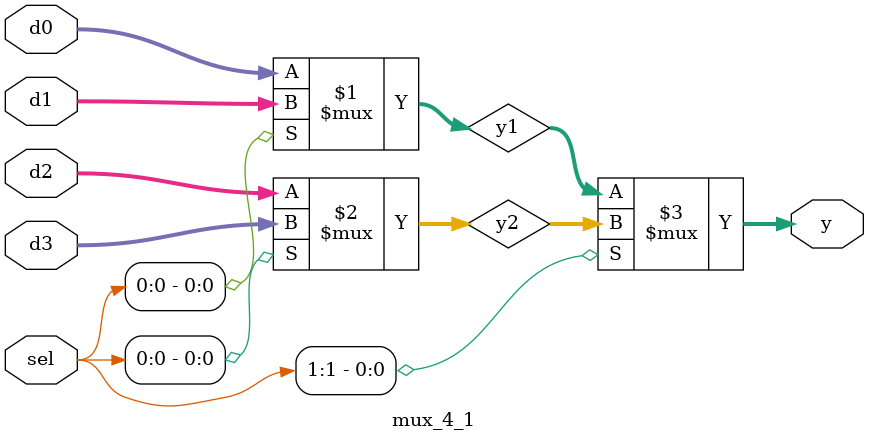
<source format=sv>

module mux_2_1
(
  input  [3:0] d0, d1,
  input        sel,
  output [3:0] y
);

  assign y = sel ? d1 : d0;

endmodule

//----------------------------------------------------------------------------
// Task
//----------------------------------------------------------------------------

module mux_4_1
(
  input  [3:0] d0, d1, d2, d3,
  input  [1:0] sel,
  output [3:0] y
);

  // Task:
  // Using code for mux_2_1 as an example,
  // write code for 4:1 mux using "?:" operator
  logic [3:0] y1;
  logic [3:0] y2;
  assign y1 = sel[0] ? d1 : d0;
  assign y2 = sel[0] ? d3 : d2;
  assign y = sel[1] ? y2 : y1;
  
endmodule

</source>
